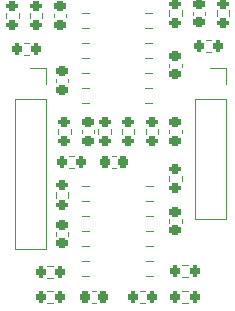
<source format=gto>
G04 #@! TF.GenerationSoftware,KiCad,Pcbnew,7.0.9*
G04 #@! TF.CreationDate,2023-12-12T21:55:40+01:00*
G04 #@! TF.ProjectId,Leveller,4c657665-6c6c-4657-922e-6b696361645f,rev?*
G04 #@! TF.SameCoordinates,Original*
G04 #@! TF.FileFunction,Legend,Top*
G04 #@! TF.FilePolarity,Positive*
%FSLAX46Y46*%
G04 Gerber Fmt 4.6, Leading zero omitted, Abs format (unit mm)*
G04 Created by KiCad (PCBNEW 7.0.9) date 2023-12-12 21:55:40*
%MOMM*%
%LPD*%
G01*
G04 APERTURE LIST*
G04 Aperture macros list*
%AMRoundRect*
0 Rectangle with rounded corners*
0 $1 Rounding radius*
0 $2 $3 $4 $5 $6 $7 $8 $9 X,Y pos of 4 corners*
0 Add a 4 corners polygon primitive as box body*
4,1,4,$2,$3,$4,$5,$6,$7,$8,$9,$2,$3,0*
0 Add four circle primitives for the rounded corners*
1,1,$1+$1,$2,$3*
1,1,$1+$1,$4,$5*
1,1,$1+$1,$6,$7*
1,1,$1+$1,$8,$9*
0 Add four rect primitives between the rounded corners*
20,1,$1+$1,$2,$3,$4,$5,0*
20,1,$1+$1,$4,$5,$6,$7,0*
20,1,$1+$1,$6,$7,$8,$9,0*
20,1,$1+$1,$8,$9,$2,$3,0*%
G04 Aperture macros list end*
%ADD10C,0.066040*%
%ADD11C,0.120000*%
%ADD12R,1.198880X0.497840*%
%ADD13RoundRect,0.225000X-0.250000X0.225000X-0.250000X-0.225000X0.250000X-0.225000X0.250000X0.225000X0*%
%ADD14RoundRect,0.200000X0.200000X0.275000X-0.200000X0.275000X-0.200000X-0.275000X0.200000X-0.275000X0*%
%ADD15RoundRect,0.200000X-0.200000X-0.275000X0.200000X-0.275000X0.200000X0.275000X-0.200000X0.275000X0*%
%ADD16RoundRect,0.200000X0.275000X-0.200000X0.275000X0.200000X-0.275000X0.200000X-0.275000X-0.200000X0*%
%ADD17R,1.700000X1.700000*%
%ADD18O,1.700000X1.700000*%
%ADD19RoundRect,0.200000X-0.275000X0.200000X-0.275000X-0.200000X0.275000X-0.200000X0.275000X0.200000X0*%
%ADD20RoundRect,0.225000X0.225000X0.250000X-0.225000X0.250000X-0.225000X-0.250000X0.225000X-0.250000X0*%
%ADD21RoundRect,0.225000X0.250000X-0.225000X0.250000X0.225000X-0.250000X0.225000X-0.250000X-0.225000X0*%
%ADD22RoundRect,0.225000X-0.225000X-0.250000X0.225000X-0.250000X0.225000X0.250000X-0.225000X0.250000X0*%
G04 APERTURE END LIST*
D10*
X39473540Y-37268120D02*
X39473540Y-36869340D01*
X40075520Y-37268120D02*
X39473540Y-37268120D01*
X40075520Y-37268120D02*
X40075520Y-36869340D01*
X44871040Y-37268120D02*
X44871040Y-36869340D01*
X45473020Y-37268120D02*
X44871040Y-37268120D01*
X45473020Y-37268120D02*
X45473020Y-36869340D01*
X40075520Y-36869340D02*
X39473540Y-36869340D01*
X45473020Y-36869340D02*
X44871040Y-36869340D01*
X39473540Y-35998120D02*
X39473540Y-35599340D01*
X40075520Y-35998120D02*
X39473540Y-35998120D01*
X40075520Y-35998120D02*
X40075520Y-35599340D01*
X44871040Y-35998120D02*
X44871040Y-35599340D01*
X45473020Y-35998120D02*
X44871040Y-35998120D01*
X45473020Y-35998120D02*
X45473020Y-35599340D01*
X40075520Y-35599340D02*
X39473540Y-35599340D01*
X45473020Y-35599340D02*
X44871040Y-35599340D01*
X39473540Y-34728120D02*
X39473540Y-34329340D01*
X40075520Y-34728120D02*
X39473540Y-34728120D01*
X40075520Y-34728120D02*
X40075520Y-34329340D01*
X44871040Y-34728120D02*
X44871040Y-34329340D01*
X45473020Y-34728120D02*
X44871040Y-34728120D01*
X45473020Y-34728120D02*
X45473020Y-34329340D01*
X40075520Y-34329340D02*
X39473540Y-34329340D01*
X45473020Y-34329340D02*
X44871040Y-34329340D01*
X39473540Y-33458120D02*
X39473540Y-33061880D01*
X40075520Y-33458120D02*
X39473540Y-33458120D01*
X40075520Y-33458120D02*
X40075520Y-33061880D01*
X44871040Y-33458120D02*
X44871040Y-33061880D01*
X45473020Y-33458120D02*
X44871040Y-33458120D01*
X45473020Y-33458120D02*
X45473020Y-33061880D01*
X40075520Y-33061880D02*
X39473540Y-33061880D01*
X45473020Y-33061880D02*
X44871040Y-33061880D01*
X39473540Y-32190660D02*
X39473540Y-31791880D01*
X40075520Y-32190660D02*
X39473540Y-32190660D01*
X40075520Y-32190660D02*
X40075520Y-31791880D01*
X44871040Y-32190660D02*
X44871040Y-31791880D01*
X45473020Y-32190660D02*
X44871040Y-32190660D01*
X45473020Y-32190660D02*
X45473020Y-31791880D01*
X40075520Y-31791880D02*
X39473540Y-31791880D01*
X45473020Y-31791880D02*
X44871040Y-31791880D01*
X39473540Y-30920660D02*
X39473540Y-30521880D01*
X40075520Y-30920660D02*
X39473540Y-30920660D01*
X40075520Y-30920660D02*
X40075520Y-30521880D01*
X44871040Y-30920660D02*
X44871040Y-30521880D01*
X45473020Y-30920660D02*
X44871040Y-30920660D01*
X45473020Y-30920660D02*
X45473020Y-30521880D01*
X40075520Y-30521880D02*
X39473540Y-30521880D01*
X45473020Y-30521880D02*
X44871040Y-30521880D01*
X39473540Y-29650660D02*
X39473540Y-29251880D01*
X40075520Y-29650660D02*
X39473540Y-29650660D01*
X40075520Y-29650660D02*
X40075520Y-29251880D01*
X44871040Y-29650660D02*
X44871040Y-29251880D01*
X45473020Y-29650660D02*
X44871040Y-29650660D01*
X45473020Y-29650660D02*
X45473020Y-29251880D01*
X40075520Y-29251880D02*
X39473540Y-29251880D01*
X45473020Y-29251880D02*
X44871040Y-29251880D01*
D11*
X40535000Y-39559420D02*
X40535000Y-39840580D01*
X39515000Y-39559420D02*
X39515000Y-39840580D01*
X44862258Y-54222500D02*
X44387742Y-54222500D01*
X44862258Y-53177500D02*
X44387742Y-53177500D01*
X49987742Y-31977500D02*
X50462258Y-31977500D01*
X49987742Y-33022500D02*
X50462258Y-33022500D01*
X38135000Y-29759420D02*
X38135000Y-30040580D01*
X37115000Y-29759420D02*
X37115000Y-30040580D01*
X33102500Y-30137258D02*
X33102500Y-29662742D01*
X34147500Y-30137258D02*
X34147500Y-29662742D01*
X38335000Y-35259420D02*
X38335000Y-35540580D01*
X37315000Y-35259420D02*
X37315000Y-35540580D01*
X38335000Y-48259420D02*
X38335000Y-48540580D01*
X37315000Y-48259420D02*
X37315000Y-48540580D01*
X44902500Y-39937258D02*
X44902500Y-39462742D01*
X45947500Y-39937258D02*
X45947500Y-39462742D01*
X50902500Y-29937258D02*
X50902500Y-29462742D01*
X51947500Y-29937258D02*
X51947500Y-29462742D01*
X49050000Y-36930000D02*
X49050000Y-47150000D01*
X49050000Y-36930000D02*
X51710000Y-36930000D01*
X49050000Y-47150000D02*
X51710000Y-47150000D01*
X50380000Y-34330000D02*
X51710000Y-34330000D01*
X51710000Y-34330000D02*
X51710000Y-35660000D01*
X51710000Y-36930000D02*
X51710000Y-47150000D01*
X47947500Y-29462742D02*
X47947500Y-29937258D01*
X46902500Y-29462742D02*
X46902500Y-29937258D01*
X37062258Y-52122500D02*
X36587742Y-52122500D01*
X37062258Y-51077500D02*
X36587742Y-51077500D01*
X38387742Y-41777500D02*
X38862258Y-41777500D01*
X38387742Y-42822500D02*
X38862258Y-42822500D01*
X40665580Y-54210000D02*
X40384420Y-54210000D01*
X40665580Y-53190000D02*
X40384420Y-53190000D01*
X46915000Y-39840580D02*
X46915000Y-39559420D01*
X47935000Y-39840580D02*
X47935000Y-39559420D01*
X42084420Y-41790000D02*
X42365580Y-41790000D01*
X42084420Y-42810000D02*
X42365580Y-42810000D01*
X41947500Y-39462742D02*
X41947500Y-39937258D01*
X40902500Y-39462742D02*
X40902500Y-39937258D01*
X36147500Y-29662742D02*
X36147500Y-30137258D01*
X35102500Y-29662742D02*
X35102500Y-30137258D01*
X47987742Y-50977500D02*
X48462258Y-50977500D01*
X47987742Y-52022500D02*
X48462258Y-52022500D01*
X47987742Y-53177500D02*
X48462258Y-53177500D01*
X47987742Y-54222500D02*
X48462258Y-54222500D01*
X49935000Y-29559420D02*
X49935000Y-29840580D01*
X48915000Y-29559420D02*
X48915000Y-29840580D01*
X33810000Y-36930000D02*
X33810000Y-49690000D01*
X33810000Y-36930000D02*
X36470000Y-36930000D01*
X33810000Y-49690000D02*
X36470000Y-49690000D01*
X35140000Y-34330000D02*
X36470000Y-34330000D01*
X36470000Y-34330000D02*
X36470000Y-35660000D01*
X36470000Y-36930000D02*
X36470000Y-49690000D01*
X46915000Y-34240580D02*
X46915000Y-33959420D01*
X47935000Y-34240580D02*
X47935000Y-33959420D01*
X36587742Y-53177500D02*
X37062258Y-53177500D01*
X36587742Y-54222500D02*
X37062258Y-54222500D01*
X38547500Y-39462742D02*
X38547500Y-39937258D01*
X37502500Y-39462742D02*
X37502500Y-39937258D01*
X46902500Y-43937258D02*
X46902500Y-43462742D01*
X47947500Y-43937258D02*
X47947500Y-43462742D01*
X34587742Y-32177500D02*
X35062258Y-32177500D01*
X34587742Y-33222500D02*
X35062258Y-33222500D01*
X43947500Y-39462742D02*
X43947500Y-39937258D01*
X42902500Y-39462742D02*
X42902500Y-39937258D01*
D10*
X39525260Y-51908120D02*
X39525260Y-51509340D01*
X40127240Y-51908120D02*
X39525260Y-51908120D01*
X40127240Y-51908120D02*
X40127240Y-51509340D01*
X44922760Y-51908120D02*
X44922760Y-51509340D01*
X45524740Y-51908120D02*
X44922760Y-51908120D01*
X45524740Y-51908120D02*
X45524740Y-51509340D01*
X40127240Y-51509340D02*
X39525260Y-51509340D01*
X45524740Y-51509340D02*
X44922760Y-51509340D01*
X39525260Y-50638120D02*
X39525260Y-50239340D01*
X40127240Y-50638120D02*
X39525260Y-50638120D01*
X40127240Y-50638120D02*
X40127240Y-50239340D01*
X44922760Y-50638120D02*
X44922760Y-50239340D01*
X45524740Y-50638120D02*
X44922760Y-50638120D01*
X45524740Y-50638120D02*
X45524740Y-50239340D01*
X40127240Y-50239340D02*
X39525260Y-50239340D01*
X45524740Y-50239340D02*
X44922760Y-50239340D01*
X39525260Y-49368120D02*
X39525260Y-48969340D01*
X40127240Y-49368120D02*
X39525260Y-49368120D01*
X40127240Y-49368120D02*
X40127240Y-48969340D01*
X44922760Y-49368120D02*
X44922760Y-48969340D01*
X45524740Y-49368120D02*
X44922760Y-49368120D01*
X45524740Y-49368120D02*
X45524740Y-48969340D01*
X40127240Y-48969340D02*
X39525260Y-48969340D01*
X45524740Y-48969340D02*
X44922760Y-48969340D01*
X39525260Y-48098120D02*
X39525260Y-47701880D01*
X40127240Y-48098120D02*
X39525260Y-48098120D01*
X40127240Y-48098120D02*
X40127240Y-47701880D01*
X44922760Y-48098120D02*
X44922760Y-47701880D01*
X45524740Y-48098120D02*
X44922760Y-48098120D01*
X45524740Y-48098120D02*
X45524740Y-47701880D01*
X40127240Y-47701880D02*
X39525260Y-47701880D01*
X45524740Y-47701880D02*
X44922760Y-47701880D01*
X39525260Y-46830660D02*
X39525260Y-46431880D01*
X40127240Y-46830660D02*
X39525260Y-46830660D01*
X40127240Y-46830660D02*
X40127240Y-46431880D01*
X44922760Y-46830660D02*
X44922760Y-46431880D01*
X45524740Y-46830660D02*
X44922760Y-46830660D01*
X45524740Y-46830660D02*
X45524740Y-46431880D01*
X40127240Y-46431880D02*
X39525260Y-46431880D01*
X45524740Y-46431880D02*
X44922760Y-46431880D01*
X39525260Y-45560660D02*
X39525260Y-45161880D01*
X40127240Y-45560660D02*
X39525260Y-45560660D01*
X40127240Y-45560660D02*
X40127240Y-45161880D01*
X44922760Y-45560660D02*
X44922760Y-45161880D01*
X45524740Y-45560660D02*
X44922760Y-45560660D01*
X45524740Y-45560660D02*
X45524740Y-45161880D01*
X40127240Y-45161880D02*
X39525260Y-45161880D01*
X45524740Y-45161880D02*
X44922760Y-45161880D01*
X39525260Y-44290660D02*
X39525260Y-43891880D01*
X40127240Y-44290660D02*
X39525260Y-44290660D01*
X40127240Y-44290660D02*
X40127240Y-43891880D01*
X44922760Y-44290660D02*
X44922760Y-43891880D01*
X45524740Y-44290660D02*
X44922760Y-44290660D01*
X45524740Y-44290660D02*
X45524740Y-43891880D01*
X40127240Y-43891880D02*
X39525260Y-43891880D01*
X45524740Y-43891880D02*
X44922760Y-43891880D01*
D11*
X47935000Y-47159420D02*
X47935000Y-47440580D01*
X46915000Y-47159420D02*
X46915000Y-47440580D01*
X38347500Y-44862742D02*
X38347500Y-45337258D01*
X37302500Y-44862742D02*
X37302500Y-45337258D01*
%LPC*%
D12*
X45221560Y-37070000D03*
X45221560Y-35800000D03*
X45221560Y-34530000D03*
X45221560Y-33260000D03*
X45221560Y-31990000D03*
X45221560Y-30720000D03*
X45221560Y-29450000D03*
X39725000Y-29450000D03*
X39725000Y-30720000D03*
X39725000Y-31990000D03*
X39725000Y-33260000D03*
X39725000Y-34530000D03*
X39725000Y-35800000D03*
X39725000Y-37070000D03*
D13*
X40025000Y-38925000D03*
X40025000Y-40475000D03*
D14*
X45450000Y-53700000D03*
X43800000Y-53700000D03*
D15*
X49400000Y-32500000D03*
X51050000Y-32500000D03*
D13*
X37625000Y-29125000D03*
X37625000Y-30675000D03*
D16*
X33625000Y-30725000D03*
X33625000Y-29075000D03*
D13*
X37825000Y-34625000D03*
X37825000Y-36175000D03*
X37825000Y-47625000D03*
X37825000Y-49175000D03*
D16*
X45425000Y-40525000D03*
X45425000Y-38875000D03*
X51425000Y-30525000D03*
X51425000Y-28875000D03*
D17*
X50380000Y-35660000D03*
D18*
X50380000Y-38200000D03*
X50380000Y-40740000D03*
X50380000Y-43280000D03*
X50380000Y-45820000D03*
D19*
X47425000Y-28875000D03*
X47425000Y-30525000D03*
D14*
X37650000Y-51600000D03*
X36000000Y-51600000D03*
D15*
X37800000Y-42300000D03*
X39450000Y-42300000D03*
D20*
X41300000Y-53700000D03*
X39750000Y-53700000D03*
D21*
X47425000Y-40475000D03*
X47425000Y-38925000D03*
D22*
X41450000Y-42300000D03*
X43000000Y-42300000D03*
D19*
X41425000Y-38875000D03*
X41425000Y-40525000D03*
X35625000Y-29075000D03*
X35625000Y-30725000D03*
D15*
X47400000Y-51500000D03*
X49050000Y-51500000D03*
X47400000Y-53700000D03*
X49050000Y-53700000D03*
D13*
X49425000Y-28925000D03*
X49425000Y-30475000D03*
D17*
X35140000Y-35660000D03*
D18*
X35140000Y-38200000D03*
X35140000Y-40740000D03*
X35140000Y-43280000D03*
X35140000Y-45820000D03*
X35140000Y-48360000D03*
D21*
X47425000Y-34875000D03*
X47425000Y-33325000D03*
D15*
X36000000Y-53700000D03*
X37650000Y-53700000D03*
D19*
X38025000Y-38875000D03*
X38025000Y-40525000D03*
D16*
X47425000Y-44525000D03*
X47425000Y-42875000D03*
D15*
X34000000Y-32700000D03*
X35650000Y-32700000D03*
D19*
X43425000Y-38875000D03*
X43425000Y-40525000D03*
D12*
X45273280Y-51710000D03*
X45273280Y-50440000D03*
X45273280Y-49170000D03*
X45273280Y-47900000D03*
X45273280Y-46630000D03*
X45273280Y-45360000D03*
X45273280Y-44090000D03*
X39776720Y-44090000D03*
X39776720Y-45360000D03*
X39776720Y-46630000D03*
X39776720Y-47900000D03*
X39776720Y-49170000D03*
X39776720Y-50440000D03*
X39776720Y-51710000D03*
D13*
X47425000Y-46525000D03*
X47425000Y-48075000D03*
D19*
X37825000Y-44275000D03*
X37825000Y-45925000D03*
%LPD*%
M02*

</source>
